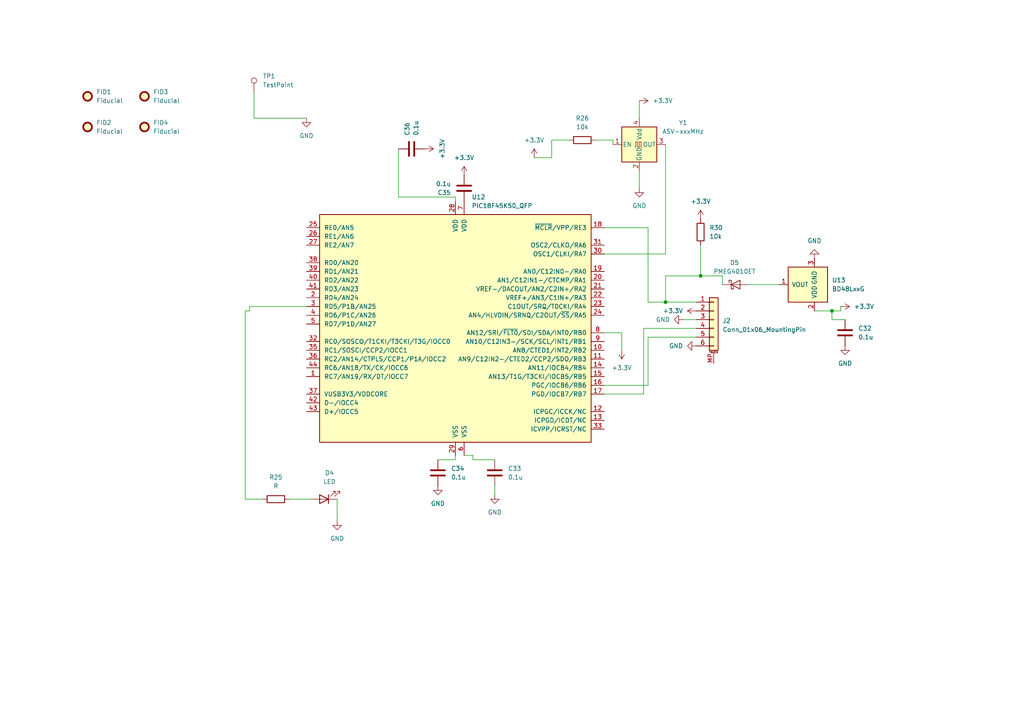
<source format=kicad_sch>
(kicad_sch (version 20231120) (generator "eeschema") (generator_version "8.0")
  (paper "A4")
  (lib_symbols
    (symbol "Connector:TestPoint" (pin_numbers hide) (pin_names (offset 0.762) hide)
      (property "Reference" "TP" (at 0 6.858 0))
      (property "Value" "TestPoint" (at 0 5.08 0))
      (symbol "TestPoint_0_1"
        (circle (center 0 3.302) (radius 0.762))
      )
      (symbol "TestPoint_1_1"
        (pin passive line (at 0 0 90) (length 2.54) (name "1") (number "1"))
      )
    )
    (symbol "Connector_Generic_MountingPin:Conn_01x06_MountingPin" (pin_names (offset 1.016) hide)
      (property "Reference" "J" (at 0 7.62 0))
      (property "Value" "Conn_01x06_MountingPin" (at 1.27 -10.16 0))
      (symbol "Conn_01x06_MountingPin_1_1"
        (rectangle (start -1.27 -7.493) (end 0 -7.747) (stroke (width 0.1524)))
        (rectangle (start -1.27 -4.953) (end 0 -5.207) (stroke (width 0.1524)))
        (rectangle (start -1.27 -2.413) (end 0 -2.667) (stroke (width 0.1524)))
        (rectangle (start -1.27 0.127) (end 0 -0.127) (stroke (width 0.1524)))
        (rectangle (start -1.27 2.667) (end 0 2.413) (stroke (width 0.1524)))
        (rectangle (start -1.27 5.207) (end 0 4.953) (stroke (width 0.1524)))
        (rectangle (start -1.27 6.35) (end 1.27 -8.89) (stroke (width 0.254)) (fill (type background)))
        (polyline (pts (xy -1.016 -9.652) (xy 1.016 -9.652)) (stroke (width 0.1524)))
        (text "Mounting" (at 0 -9.271 0) (effects (font (size 0.381 0.381))))
        (pin passive line (at -5.08 5.08 0) (length 3.81) (name "Pin_1") (number "1"))
        (pin passive line (at -5.08 2.54 0) (length 3.81) (name "Pin_2") (number "2"))
        (pin passive line (at -5.08 0 0) (length 3.81) (name "Pin_3") (number "3"))
        (pin passive line (at -5.08 -2.54 0) (length 3.81) (name "Pin_4") (number "4"))
        (pin passive line (at -5.08 -5.08 0) (length 3.81) (name "Pin_5") (number "5"))
        (pin passive line (at -5.08 -7.62 0) (length 3.81) (name "Pin_6") (number "6"))
        (pin passive line (at 0 -12.7 90) (length 3.048) (name "MountPin") (number "MP"))
      )
    )
    (symbol "Device:C" (pin_numbers hide) (pin_names (offset 0.254))
      (property "Reference" "C" (at 0.635 2.54 0))
      (property "Value" "C" (at 0.635 -2.54 0))
      (symbol "C_0_1"
        (polyline (pts (xy -2.032 -0.762) (xy 2.032 -0.762)) (stroke (width 0.508)))
        (polyline (pts (xy -2.032 0.762) (xy 2.032 0.762)) (stroke (width 0.508)))
      )
      (symbol "C_1_1"
        (pin passive line (at 0 3.81 270) (length 2.794) (name "~") (number "1"))
        (pin passive line (at 0 -3.81 90) (length 2.794) (name "~") (number "2"))
      )
    )
    (symbol "Device:LED" (pin_numbers hide) (pin_names (offset 1.016) hide)
      (property "Reference" "D" (at 0 2.54 0))
      (property "Value" "LED" (at 0 -2.54 0))
      (symbol "LED_0_1"
        (polyline (pts (xy -1.27 -1.27) (xy -1.27 1.27)) (stroke (width 0.254)))
        (polyline (pts (xy -1.27 0) (xy 1.27 0)))
        (polyline (pts (xy 1.27 -1.27) (xy 1.27 1.27) (xy -1.27 0) (xy 1.27 -1.27)) (stroke (width 0.254)))
        (polyline (pts (xy -3.048 -0.762) (xy -4.572 -2.286) (xy -3.81 -2.286) (xy -4.572 -2.286) (xy -4.572 -1.524)))
        (polyline (pts (xy -1.778 -0.762) (xy -3.302 -2.286) (xy -2.54 -2.286) (xy -3.302 -2.286) (xy -3.302 -1.524)))
      )
      (symbol "LED_1_1"
        (pin passive line (at -3.81 0 0) (length 2.54) (name "K") (number "1"))
        (pin passive line (at 3.81 0 180) (length 2.54) (name "A") (number "2"))
      )
    )
    (symbol "Device:R" (pin_numbers hide) (pin_names (offset 0))
      (property "Reference" "R" (at 2.032 0 90))
      (property "Value" "R" (at 0 0 90))
      (symbol "R_0_1"
        (rectangle (start -1.016 -2.54) (end 1.016 2.54) (stroke (width 0.254)))
      )
      (symbol "R_1_1"
        (pin passive line (at 0 3.81 270) (length 1.27) (name "~") (number "1"))
        (pin passive line (at 0 -3.81 90) (length 1.27) (name "~") (number "2"))
      )
    )
    (symbol "Diode:PMEG4010ET" (pin_numbers hide) (pin_names hide)
      (property "Reference" "D" (at 0 2.54 0))
      (property "Value" "PMEG4010ET" (at 0 -2.54 0))
      (symbol "PMEG4010ET_0_1"
        (polyline (pts (xy 1.27 0) (xy -1.27 0)))
        (polyline (pts (xy 1.27 -1.27) (xy 1.27 1.27) (xy -1.27 0) (xy 1.27 -1.27)) (stroke (width 0.2032)))
        (polyline (pts (xy -1.905 0.635) (xy -1.905 1.27) (xy -1.27 1.27) (xy -1.27 -1.27) (xy -0.635 -1.27) (xy -0.635 -0.635)) (stroke (width 0.2032)))
      )
      (symbol "PMEG4010ET_1_1"
        (pin passive line (at 3.81 0 180) (length 2.54) (name "A") (number "1"))
        (pin no_connect line (at 0 0 180) (length 2.54) hide (name "NC") (number "2"))
        (pin passive line (at -3.81 0 0) (length 2.54) (name "K") (number "3"))
      )
    )
    (symbol "MCU_Microchip_PIC18:PIC18F45K50_QFP" (pin_names (offset 1.27))
      (property "Reference" "U" (at -36.83 33.02 0))
      (property "Value" "PIC18F45K50_QFP" (at 30.48 -35.56 0))
      (symbol "PIC18F45K50_QFP_0_1"
        (rectangle (start -39.37 31.75) (end 39.37 -34.29) (stroke (width 0.254)) (fill (type background)))
      )
      (symbol "PIC18F45K50_QFP_1_1"
        (pin bidirectional line (at -43.18 -15.24 0) (length 3.81) (name "RC7/AN19/RX/DT/IOCC7") (number "1"))
        (pin bidirectional line (at 43.18 -7.62 180) (length 3.81) (name "AN8/CTED1/INT2/RB2") (number "10"))
        (pin bidirectional line (at 43.18 -10.16 180) (length 3.81) (name "AN9/C12IN2-/CTED2/CCP2/SDO/RB3") (number "11"))
        (pin bidirectional line (at 43.18 -25.4 180) (length 3.81) (name "ICPGC/ICCK/NC") (number "12"))
        (pin bidirectional line (at 43.18 -27.94 180) (length 3.81) (name "ICPGD/ICDT/NC") (number "13"))
        (pin bidirectional line (at 43.18 -12.7 180) (length 3.81) (name "AN11/IOCB4/RB4") (number "14"))
        (pin bidirectional line (at 43.18 -15.24 180) (length 3.81) (name "AN13/T1G/T3CKI/IOCB5/RB5") (number "15"))
        (pin bidirectional line (at 43.18 -17.78 180) (length 3.81) (name "PGC/IOCB6/RB6") (number "16"))
        (pin bidirectional line (at 43.18 -20.32 180) (length 3.81) (name "PGD/IOCB7/RB7") (number "17"))
        (pin input line (at 43.18 27.94 180) (length 3.81) (name "~{MCLR}/VPP/RE3") (number "18"))
        (pin bidirectional line (at 43.18 15.24 180) (length 3.81) (name "AN0/C12IN0-/RA0") (number "19"))
        (pin bidirectional line (at -43.18 7.62 0) (length 3.81) (name "RD4/AN24") (number "2"))
        (pin bidirectional line (at 43.18 12.7 180) (length 3.81) (name "AN1/C12IN1-/CTCMP/RA1") (number "20"))
        (pin bidirectional line (at 43.18 10.16 180) (length 3.81) (name "VREF-/DACOUT/AN2/C2IN+/RA2") (number "21"))
        (pin bidirectional line (at 43.18 7.62 180) (length 3.81) (name "VREF+/AN3/C1IN+/RA3") (number "22"))
        (pin bidirectional line (at 43.18 5.08 180) (length 3.81) (name "C1OUT/SRQ/T0CKI/RA4") (number "23"))
        (pin bidirectional line (at 43.18 2.54 180) (length 3.81) (name "AN4/HLVDIN/SRNQ/C2OUT/~{SS}/RA5") (number "24"))
        (pin bidirectional line (at -43.18 27.94 0) (length 3.81) (name "RE0/AN5") (number "25"))
        (pin bidirectional line (at -43.18 25.4 0) (length 3.81) (name "RE1/AN6") (number "26"))
        (pin bidirectional line (at -43.18 22.86 0) (length 3.81) (name "RE2/AN7") (number "27"))
        (pin power_in line (at 0 35.56 270) (length 3.81) (name "VDD") (number "28"))
        (pin power_in line (at 0 -38.1 90) (length 3.81) (name "VSS") (number "29"))
        (pin bidirectional line (at -43.18 5.08 0) (length 3.81) (name "RD5/P1B/AN25") (number "3"))
        (pin bidirectional line (at 43.18 20.32 180) (length 3.81) (name "OSC1/CLKI/RA7") (number "30"))
        (pin bidirectional line (at 43.18 22.86 180) (length 3.81) (name "OSC2/CLKO/RA6") (number "31"))
        (pin bidirectional line (at -43.18 -5.08 0) (length 3.81) (name "RC0/SOSCO/T1CKI/T3CKI/T3G/IOCC0") (number "32"))
        (pin bidirectional line (at 43.18 -30.48 180) (length 3.81) (name "ICVPP/ICRST/NC") (number "33"))
        (pin no_connect line (at -17.78 -34.29 90) (length 3.81) hide (name "NC") (number "34"))
        (pin bidirectional line (at -43.18 -7.62 0) (length 3.81) (name "RC1/SOSCI/CCP2/IOCC1") (number "35"))
        (pin bidirectional line (at -43.18 -10.16 0) (length 3.81) (name "RC2/AN14/CTPLS/CCP1/P1A/IOCC2") (number "36"))
        (pin power_in line (at -43.18 -20.32 0) (length 3.81) (name "VUSB3V3/VDDCORE") (number "37"))
        (pin bidirectional line (at -43.18 17.78 0) (length 3.81) (name "RD0/AN20") (number "38"))
        (pin bidirectional line (at -43.18 15.24 0) (length 3.81) (name "RD1/AN21") (number "39"))
        (pin bidirectional line (at -43.18 2.54 0) (length 3.81) (name "RD6/P1C/AN26") (number "4"))
        (pin bidirectional line (at -43.18 12.7 0) (length 3.81) (name "RD2/AN22") (number "40"))
        (pin bidirectional line (at -43.18 10.16 0) (length 3.81) (name "RD3/AN23") (number "41"))
        (pin bidirectional line (at -43.18 -22.86 0) (length 3.81) (name "D-/IOCC4") (number "42"))
        (pin bidirectional line (at -43.18 -25.4 0) (length 3.81) (name "D+/IOCC5") (number "43"))
        (pin bidirectional line (at -43.18 -12.7 0) (length 3.81) (name "RC6/AN18/TX/CK/IOCC6") (number "44"))
        (pin bidirectional line (at -43.18 0 0) (length 3.81) (name "RD7/P1D/AN27") (number "5"))
        (pin power_in line (at 2.54 -38.1 90) (length 3.81) (name "VSS") (number "6"))
        (pin power_in line (at 2.54 35.56 270) (length 3.81) (name "VDD") (number "7"))
        (pin bidirectional line (at 43.18 -2.54 180) (length 3.81) (name "AN12/SRI/~{FLT0}/SDI/SDA/INT0/RB0") (number "8"))
        (pin bidirectional line (at 43.18 -5.08 180) (length 3.81) (name "AN10/C12IN3-/SCK/SCL/INT1/RB1") (number "9"))
      )
    )
    (symbol "Mechanical:Fiducial" (exclude_from_sim yes) (in_bom no)
      (property "Reference" "FID" (at 0 5.08 0))
      (property "Value" "Fiducial" (at 0 3.175 0))
      (symbol "Fiducial_0_1"
        (circle (center 0 0) (radius 1.27) (stroke (width 0.508)) (fill (type background)))
      )
    )
    (symbol "Oscillator:ASV-xxxMHz" (pin_names (offset 0.254))
      (property "Reference" "Y" (at -5.08 6.35 0))
      (property "Value" "ASV-xxxMHz" (at 1.27 -6.35 0))
      (symbol "ASV-xxxMHz_0_1"
        (rectangle (start -5.08 5.08) (end 5.08 -5.08) (stroke (width 0.254)) (fill (type background)))
        (polyline (pts (xy -1.27 -0.762) (xy -1.016 -0.762) (xy -1.016 0.762) (xy -0.508 0.762) (xy -0.508 -0.762) (xy 0 -0.762) (xy 0 0.762) (xy 0.508 0.762) (xy 0.508 -0.762) (xy 0.762 -0.762)))
      )
      (symbol "ASV-xxxMHz_1_1"
        (pin input line (at -7.62 0 0) (length 2.54) (name "EN") (number "1"))
        (pin power_in line (at 0 -7.62 90) (length 2.54) (name "GND") (number "2"))
        (pin output line (at 7.62 0 180) (length 2.54) (name "OUT") (number "3"))
        (pin power_in line (at 0 7.62 270) (length 2.54) (name "Vdd") (number "4"))
      )
    )
    (symbol "Power_Management:BD48LxxG" (pin_names (offset 1.016))
      (property "Reference" "U" (at -3.81 6.35 0))
      (property "Value" "BD48LxxG" (at -5.08 0 90))
      (symbol "BD48LxxG_1_1"
        (rectangle (start -3.81 5.08) (end 7.62 -5.08) (stroke (width 0.254)) (fill (type background)))
        (pin output line (at 10.16 0 180) (length 2.54) (name "VOUT") (number "1"))
        (pin power_in line (at 0 7.62 270) (length 2.54) (name "VDD") (number "2"))
        (pin power_in line (at 0 -7.62 90) (length 2.54) (name "GND") (number "3"))
      )
    )
    (symbol "power:+3.3V" (power) (pin_numbers hide) (pin_names (offset 0) hide)
      (property "Value" "+3.3V" (at 0 3.556 0))
      (symbol "+3.3V_0_1"
        (polyline (pts (xy -0.762 1.27) (xy 0 2.54)))
        (polyline (pts (xy 0 0) (xy 0 2.54)))
        (polyline (pts (xy 0 2.54) (xy 0.762 1.27)))
      )
      (symbol "+3.3V_1_1"
        (pin power_in line (at 0 0 90) (length 0) (name "~") (number "1"))
      )
    )
    (symbol "power:GND" (power) (pin_numbers hide) (pin_names (offset 0) hide)
      (property "Value" "GND" (at 0 -3.81 0))
      (symbol "GND_0_1"
        (polyline (pts (xy 0 0) (xy 0 -1.27) (xy 1.27 -1.27) (xy 0 -2.54) (xy -1.27 -1.27) (xy 0 -1.27)))
      )
      (symbol "GND_1_1"
        (pin power_in line (at 0 0 270) (length 0) (name "~") (number "1"))
      )
    )
  )
  (junction (at 193.04 87.63))
  (junction (at 241.3 90.17))
  (junction (at 203.2 80.01))
  (wire (pts (xy 115.57 57.15) (xy 115.57 43.18)))
  (wire (pts (xy 97.79 144.78) (xy 97.79 151.13)))
  (wire (pts (xy 160.02 40.64) (xy 160.02 45.72)))
  (wire (pts (xy 245.11 92.71) (xy 241.3 92.71)))
  (wire (pts (xy 72.39 90.17) (xy 72.39 88.9)))
  (wire (pts (xy 165.1 40.64) (xy 160.02 40.64)))
  (wire (pts (xy 193.04 87.63) (xy 187.96 87.63)))
  (wire (pts (xy 132.08 132.08) (xy 132.08 133.35)))
  (wire (pts (xy 198.12 92.71) (xy 201.93 92.71)))
  (wire (pts (xy 177.8 40.64) (xy 177.8 41.91)))
  (wire (pts (xy 72.39 88.9) (xy 88.9 88.9)))
  (wire (pts (xy 243.84 88.9) (xy 243.84 90.17)))
  (wire (pts (xy 154.94 45.72) (xy 160.02 45.72)))
  (wire (pts (xy 201.93 87.63) (xy 193.04 87.63)))
  (wire (pts (xy 73.66 34.29) (xy 73.66 26.67)))
  (wire (pts (xy 83.82 144.78) (xy 90.17 144.78)))
  (wire (pts (xy 143.51 143.51) (xy 143.51 140.97)))
  (wire (pts (xy 127 133.35) (xy 132.08 133.35)))
  (wire (pts (xy 209.55 82.55) (xy 209.55 80.01)))
  (wire (pts (xy 187.96 97.79) (xy 187.96 111.76)))
  (wire (pts (xy 186.69 114.3) (xy 175.26 114.3)))
  (wire (pts (xy 193.04 80.01) (xy 203.2 80.01)))
  (wire (pts (xy 172.72 40.64) (xy 177.8 40.64)))
  (wire (pts (xy 115.57 57.15) (xy 132.08 57.15)))
  (wire (pts (xy 193.04 80.01) (xy 193.04 87.63)))
  (wire (pts (xy 71.12 144.78) (xy 71.12 90.17)))
  (wire (pts (xy 193.04 41.91) (xy 193.04 73.66)))
  (wire (pts (xy 193.04 73.66) (xy 175.26 73.66)))
  (wire (pts (xy 143.51 133.35) (xy 137.16 133.35)))
  (wire (pts (xy 203.2 80.01) (xy 209.55 80.01)))
  (wire (pts (xy 226.06 82.55) (xy 217.17 82.55)))
  (wire (pts (xy 201.93 95.25) (xy 186.69 95.25)))
  (wire (pts (xy 187.96 87.63) (xy 187.96 66.04)))
  (wire (pts (xy 180.34 101.6) (xy 180.34 96.52)))
  (wire (pts (xy 185.42 29.21) (xy 185.42 34.29)))
  (wire (pts (xy 187.96 111.76) (xy 175.26 111.76)))
  (wire (pts (xy 132.08 57.15) (xy 132.08 58.42)))
  (wire (pts (xy 241.3 92.71) (xy 241.3 90.17)))
  (wire (pts (xy 185.42 49.53) (xy 185.42 54.61)))
  (wire (pts (xy 71.12 144.78) (xy 76.2 144.78)))
  (wire (pts (xy 137.16 132.08) (xy 134.62 132.08)))
  (wire (pts (xy 186.69 95.25) (xy 186.69 114.3)))
  (wire (pts (xy 137.16 133.35) (xy 137.16 132.08)))
  (wire (pts (xy 88.9 34.29) (xy 73.66 34.29)))
  (wire (pts (xy 203.2 71.12) (xy 203.2 80.01)))
  (wire (pts (xy 175.26 96.52) (xy 180.34 96.52)))
  (wire (pts (xy 243.84 90.17) (xy 241.3 90.17)))
  (wire (pts (xy 72.39 90.17) (xy 71.12 90.17)))
  (wire (pts (xy 201.93 97.79) (xy 187.96 97.79)))
  (wire (pts (xy 241.3 90.17) (xy 236.22 90.17)))
  (wire (pts (xy 187.96 66.04) (xy 175.26 66.04)))
  (symbol (lib_id "power:+3.3V") (at 180.34 101.6 180) (unit 1)
    (property "Reference" "#PWR0104" (effects (hide yes)))
    (property "Value" "+3.3V" (at 180.34 106.68 0))
    (property "Description" "Power symbol creates a global label with name \"+3.3V\"" (effects (hide yes)))
  )
  (symbol (lib_id "Device:R") (at 203.2 67.31 0) (unit 1)
    (property "Reference" "R30" (at 205.74 66.0399 0) (effects (justify left)))
    (property "Value" "10k" (at 205.74 68.5799 0) (effects (justify left)))
    (property "Footprint" "Resistor_SMD:R_0603_1608Metric_Pad0.98x0.95mm_HandSolder" (effects (hide yes)))
    (property "Description" "Resistor" (effects (hide yes)))
  )
  (symbol (lib_id "power:GND") (at 245.11 100.33 0) (unit 1)
    (property "Reference" "#PWR059" (effects (hide yes)))
    (property "Value" "GND" (at 245.11 105.41 0))
    (property "Description" "Power symbol creates a global label with name \"GND\" , ground" (effects (hide yes)))
  )
  (symbol (lib_id "power:GND") (at 97.79 151.13 0) (unit 1)
    (property "Reference" "#PWR0105" (effects (hide yes)))
    (property "Value" "GND" (at 97.79 156.21 0))
    (property "Description" "Power symbol creates a global label with name \"GND\" , ground" (effects (hide yes)))
  )
  (symbol (lib_id "power:+3.3V") (at 134.62 50.8 0) (unit 1)
    (property "Reference" "#PWR063" (effects (hide yes)))
    (property "Value" "+3.3V" (at 134.62 45.72 0))
    (property "Description" "Power symbol creates a global label with name \"+3.3V\"" (effects (hide yes)))
  )
  (symbol (lib_id "Mechanical:Fiducial") (at 41.91 27.94 0) (unit 1) (exclude_from_sim yes) (in_bom no)
    (property "Reference" "FID3" (at 44.45 26.6699 0) (effects (justify left)))
    (property "Value" "Fiducial" (at 44.45 29.2099 0) (effects (justify left)))
    (property "Footprint" "Fiducial:Fiducial_1mm_Mask2mm" (effects (hide yes)))
    (property "Description" "Fiducial Marker" (effects (hide yes)))
  )
  (symbol (lib_id "power:GND") (at 201.93 100.33 270) (unit 1)
    (property "Reference" "#PWR057" (effects (hide yes)))
    (property "Value" "GND" (at 198.12 100.3299 90) (effects (justify right)))
    (property "Description" "Power symbol creates a global label with name \"GND\" , ground" (effects (hide yes)))
  )
  (symbol (lib_id "power:+3.3V") (at 243.84 88.9 270) (unit 1)
    (property "Reference" "#PWR060" (effects (hide yes)))
    (property "Value" "+3.3V" (at 247.65 88.8999 90) (effects (justify left)))
    (property "Description" "Power symbol creates a global label with name \"+3.3V\"" (effects (hide yes)))
  )
  (symbol (lib_id "power:GND") (at 185.42 54.61 0) (unit 1)
    (property "Reference" "#PWR0101" (effects (hide yes)))
    (property "Value" "GND" (at 185.42 59.69 0))
    (property "Description" "Power symbol creates a global label with name \"GND\" , ground" (effects (hide yes)))
  )
  (symbol (lib_id "Mechanical:Fiducial") (at 25.4 27.94 0) (unit 1) (exclude_from_sim yes) (in_bom no)
    (property "Reference" "FID1" (at 27.94 26.6699 0) (effects (justify left)))
    (property "Value" "Fiducial" (at 27.94 29.2099 0) (effects (justify left)))
    (property "Footprint" "Fiducial:Fiducial_1mm_Mask2mm" (effects (hide yes)))
    (property "Description" "Fiducial Marker" (effects (hide yes)))
  )
  (symbol (lib_id "Power_Management:BD48LxxG") (at 236.22 82.55 180) (unit 1)
    (property "Reference" "U13" (at 241.3 81.2799 0) (effects (justify right)))
    (property "Value" "BD48LxxG" (at 241.3 83.8199 0) (effects (justify right)))
    (property "Footprint" "Package_TO_SOT_SMD:SOT-23" (effects (hide yes)))
    (property "Datasheet" "https://www.rohm.de/datasheet/BD4830FVE/bd48xxg-e" (effects (hide yes)))
    (property "Description" "Standard CMOS Voltage Detector IC, Open Drain Output, SSOP3(3pin GND)" (effects (hide yes)))
  )
  (symbol (lib_id "Diode:PMEG4010ET") (at 213.36 82.55 0) (unit 1)
    (property "Reference" "D5" (at 213.0425 76.2 0))
    (property "Value" "PMEG4010ET" (at 213.0425 78.74 0))
    (property "Footprint" "Package_TO_SOT_SMD:SOT-23" (effects (hide yes)))
    (property "Datasheet" "https://assets.nexperia.com/documents/data-sheet/PMEG4010EH_EJ_ET.pdf" (effects (hide yes)))
    (property "Description" "40V, 1A very low Vf MEGA Schottky barrier rectifier, SOT-23" (effects (hide yes)))
  )
  (symbol (lib_id "Connector_Generic_MountingPin:Conn_01x06_MountingPin") (at 207.01 92.71 0) (unit 1)
    (property "Reference" "J2" (at 209.55 93.0655 0) (effects (justify left)))
    (property "Value" "Conn_01x06_MountingPin" (at 209.55 95.6055 0) (effects (justify left)))
    (property "Footprint" "MountingHole:MountingHole_2.1mm" (effects (hide yes)))
    (property "Description" "Generic connectable mounting pin connector, single row, 01x06, script generated (kicad-library-utils/schlib/autogen/connector/)" (effects (hide yes)))
  )
  (symbol (lib_id "MCU_Microchip_PIC18:PIC18F45K50_QFP") (at 132.08 93.98 0) (unit 1)
    (property "Reference" "U12" (at 136.8141 57.15 0) (effects (justify left)))
    (property "Value" "PIC18F45K50_QFP" (at 136.8141 59.69 0) (effects (justify left)))
    (property "Footprint" "Package_QFP:TQFP-44_10x10mm_P0.8mm" (effects (hide yes)))
    (property "Datasheet" "http://ww1.microchip.com/downloads/en/DeviceDoc/30000684B.pdf" (effects (hide yes)))
    (property "Description" "32K Flash, 2K RAM, 256B EEPROM, Microchip PIC18F series enhanced flash microcontroller with USB in TQFP-44 package" (effects (hide yes)))
  )
  (symbol (lib_id "power:+3.3V") (at 185.42 29.21 270) (unit 1)
    (property "Reference" "#PWR0102" (effects (hide yes)))
    (property "Value" "+3.3V" (at 189.23 29.2099 90) (effects (justify left)))
    (property "Description" "Power symbol creates a global label with name \"+3.3V\"" (effects (hide yes)))
  )
  (symbol (lib_id "power:+3.3V") (at 123.19 43.18 270) (unit 1)
    (property "Reference" "#PWR064" (effects (hide yes)))
    (property "Value" "+3.3V" (at 128.27 43.18 0))
    (property "Description" "Power symbol creates a global label with name \"+3.3V\"" (effects (hide yes)))
  )
  (symbol (lib_id "power:+3.3V") (at 203.2 63.5 0) (unit 1)
    (property "Reference" "#PWR054" (effects (hide yes)))
    (property "Value" "+3.3V" (at 203.2 58.42 0))
    (property "Description" "Power symbol creates a global label with name \"+3.3V\"" (effects (hide yes)))
  )
  (symbol (lib_id "Connector:TestPoint") (at 73.66 26.67 0) (unit 1)
    (property "Reference" "TP1" (at 76.2 22.0979 0) (effects (justify left)))
    (property "Value" "TestPoint" (at 76.2 24.6379 0) (effects (justify left)))
    (property "Footprint" "TestPoint:TestPoint_THTPad_D3.0mm_Drill1.5mm" (effects (hide yes)))
    (property "Description" "test point" (effects (hide yes)))
  )
  (symbol (lib_id "power:+3.3V") (at 201.93 90.17 90) (unit 1)
    (property "Reference" "#PWR055" (effects (hide yes)))
    (property "Value" "+3.3V" (at 198.12 90.1699 90) (effects (justify left)))
    (property "Description" "Power symbol creates a global label with name \"+3.3V\"" (effects (hide yes)))
  )
  (symbol (lib_id "power:GND") (at 143.51 143.51 0) (unit 1)
    (property "Reference" "#PWR061" (effects (hide yes)))
    (property "Value" "GND" (at 143.51 148.59 0))
    (property "Description" "Power symbol creates a global label with name \"GND\" , ground" (effects (hide yes)))
  )
  (symbol (lib_id "Mechanical:Fiducial") (at 41.91 36.83 0) (unit 1) (exclude_from_sim yes) (in_bom no)
    (property "Reference" "FID4" (at 44.45 35.5599 0) (effects (justify left)))
    (property "Value" "Fiducial" (at 44.45 38.0999 0) (effects (justify left)))
    (property "Footprint" "Fiducial:Fiducial_1mm_Mask2mm" (effects (hide yes)))
    (property "Description" "Fiducial Marker" (effects (hide yes)))
  )
  (symbol (lib_id "Oscillator:ASV-xxxMHz") (at 185.42 41.91 0) (unit 1)
    (property "Reference" "Y1" (at 198.12 35.5914 0))
    (property "Value" "ASV-xxxMHz" (at 198.12 38.1314 0))
    (property "Footprint" "Oscillator:Oscillator_SMD_Abracon_ASV-4Pin_7.0x5.1mm" (effects (hide yes)))
    (property "Datasheet" "http://www.abracon.com/Oscillators/ASV.pdf" (effects (hide yes)))
    (property "Description" "3.3V HCMOS SMD Crystal Clock Oscillator, Abracon" (effects (hide yes)))
  )
  (symbol (lib_id "Device:C") (at 134.62 54.61 180) (unit 1)
    (property "Reference" "C35" (at 130.81 55.8801 0) (effects (justify left)))
    (property "Value" "0.1u" (at 130.81 53.3401 0) (effects (justify left)))
    (property "Footprint" "Capacitor_SMD:C_0603_1608Metric_Pad1.08x0.95mm_HandSolder" (effects (hide yes)))
    (property "Description" "Unpolarized capacitor" (effects (hide yes)))
  )
  (symbol (lib_id "Device:C") (at 245.11 96.52 0) (unit 1)
    (property "Reference" "C32" (at 248.92 95.2499 0) (effects (justify left)))
    (property "Value" "0.1u" (at 248.92 97.7899 0) (effects (justify left)))
    (property "Footprint" "Capacitor_SMD:C_0603_1608Metric_Pad1.08x0.95mm_HandSolder" (effects (hide yes)))
    (property "Description" "Unpolarized capacitor" (effects (hide yes)))
  )
  (symbol (lib_id "Device:C") (at 127 137.16 0) (unit 1)
    (property "Reference" "C34" (at 130.81 135.8899 0) (effects (justify left)))
    (property "Value" "0.1u" (at 130.81 138.4299 0) (effects (justify left)))
    (property "Footprint" "Capacitor_SMD:C_0603_1608Metric_Pad1.08x0.95mm_HandSolder" (effects (hide yes)))
    (property "Description" "Unpolarized capacitor" (effects (hide yes)))
  )
  (symbol (lib_id "Device:C") (at 143.51 137.16 0) (unit 1)
    (property "Reference" "C33" (at 147.32 135.8899 0) (effects (justify left)))
    (property "Value" "0.1u" (at 147.32 138.4299 0) (effects (justify left)))
    (property "Footprint" "Capacitor_SMD:C_0603_1608Metric_Pad1.08x0.95mm_HandSolder" (effects (hide yes)))
    (property "Description" "Unpolarized capacitor" (effects (hide yes)))
  )
  (symbol (lib_id "Mechanical:Fiducial") (at 25.4 36.83 0) (unit 1) (exclude_from_sim yes) (in_bom no)
    (property "Reference" "FID2" (at 27.94 35.5599 0) (effects (justify left)))
    (property "Value" "Fiducial" (at 27.94 38.0999 0) (effects (justify left)))
    (property "Footprint" "Fiducial:Fiducial_1mm_Mask2mm" (effects (hide yes)))
    (property "Description" "Fiducial Marker" (effects (hide yes)))
  )
  (symbol (lib_id "Device:R") (at 80.01 144.78 90) (unit 1)
    (property "Reference" "R25" (at 80.01 138.43 90))
    (property "Value" "R" (at 80.01 140.97 90))
    (property "Footprint" "Resistor_SMD:R_0603_1608Metric_Pad0.98x0.95mm_HandSolder" (effects (hide yes)))
    (property "Description" "Resistor" (effects (hide yes)))
  )
  (symbol (lib_id "Device:C") (at 119.38 43.18 90) (unit 1)
    (property "Reference" "C36" (at 118.1099 39.37 0) (effects (justify left)))
    (property "Value" "0.1u" (at 120.6499 39.37 0) (effects (justify left)))
    (property "Footprint" "Capacitor_SMD:C_0603_1608Metric_Pad1.08x0.95mm_HandSolder" (effects (hide yes)))
    (property "Description" "Unpolarized capacitor" (effects (hide yes)))
  )
  (symbol (lib_id "power:+3.3V") (at 154.94 45.72 0) (unit 1)
    (property "Reference" "#PWR0106" (effects (hide yes)))
    (property "Value" "+3.3V" (at 154.94 40.64 0))
    (property "Description" "Power symbol creates a global label with name \"+3.3V\"" (effects (hide yes)))
  )
  (symbol (lib_id "power:GND") (at 198.12 92.71 270) (unit 1)
    (property "Reference" "#PWR056" (effects (hide yes)))
    (property "Value" "GND" (at 194.31 92.7099 90) (effects (justify right)))
    (property "Description" "Power symbol creates a global label with name \"GND\" , ground" (effects (hide yes)))
  )
  (symbol (lib_id "power:GND") (at 236.22 74.93 180) (unit 1)
    (property "Reference" "#PWR058" (effects (hide yes)))
    (property "Value" "GND" (at 236.22 69.85 0))
    (property "Description" "Power symbol creates a global label with name \"GND\" , ground" (effects (hide yes)))
  )
  (symbol (lib_id "power:GND") (at 127 140.97 0) (unit 1)
    (property "Reference" "#PWR062" (effects (hide yes)))
    (property "Value" "GND" (at 127 146.05 0))
    (property "Description" "Power symbol creates a global label with name \"GND\" , ground" (effects (hide yes)))
  )
  (symbol (lib_id "power:GND") (at 88.9 34.29 0) (unit 1)
    (property "Reference" "#PWR0103" (effects (hide yes)))
    (property "Value" "GND" (at 88.9 39.37 0))
    (property "Description" "Power symbol creates a global label with name \"GND\" , ground" (effects (hide yes)))
  )
  (symbol (lib_id "Device:R") (at 168.91 40.64 90) (unit 1)
    (property "Reference" "R26" (at 168.91 34.29 90))
    (property "Value" "10k" (at 168.91 36.83 90))
    (property "Footprint" "Resistor_SMD:R_0603_1608Metric_Pad0.98x0.95mm_HandSolder" (effects (hide yes)))
    (property "Description" "Resistor" (effects (hide yes)))
  )
  (symbol (lib_id "Device:LED") (at 93.98 144.78 180) (unit 1)
    (property "Reference" "D4" (at 95.5675 137.16 0))
    (property "Value" "LED" (at 95.5675 139.7 0))
    (property "Footprint" "LED_SMD:LED_0805_2012Metric" (effects (hide yes)))
    (property "Description" "Light emitting diode" (effects (hide yes)))
  )
)
</source>
